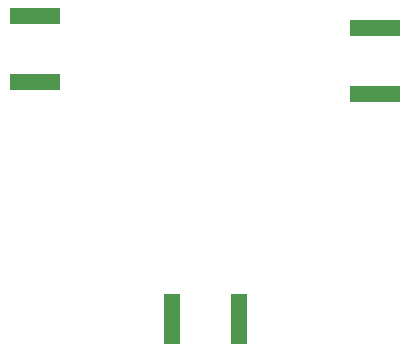
<source format=gbr>
%TF.GenerationSoftware,KiCad,Pcbnew,8.0.2*%
%TF.CreationDate,2025-01-11T01:09:32-03:00*%
%TF.ProjectId,LMH34400,4c4d4833-3434-4303-902e-6b696361645f,rev?*%
%TF.SameCoordinates,Original*%
%TF.FileFunction,Paste,Bot*%
%TF.FilePolarity,Positive*%
%FSLAX46Y46*%
G04 Gerber Fmt 4.6, Leading zero omitted, Abs format (unit mm)*
G04 Created by KiCad (PCBNEW 8.0.2) date 2025-01-11 01:09:32*
%MOMM*%
%LPD*%
G01*
G04 APERTURE LIST*
%ADD10R,4.200000X1.350000*%
%ADD11R,1.350000X4.200000*%
G04 APERTURE END LIST*
D10*
%TO.C,J2*%
X109500000Y-64675000D03*
X109500000Y-70325000D03*
%TD*%
%TO.C,J6*%
X138337500Y-71325000D03*
X138337500Y-65675000D03*
%TD*%
D11*
%TO.C,J1*%
X121175000Y-90337500D03*
X126825000Y-90337500D03*
%TD*%
M02*

</source>
